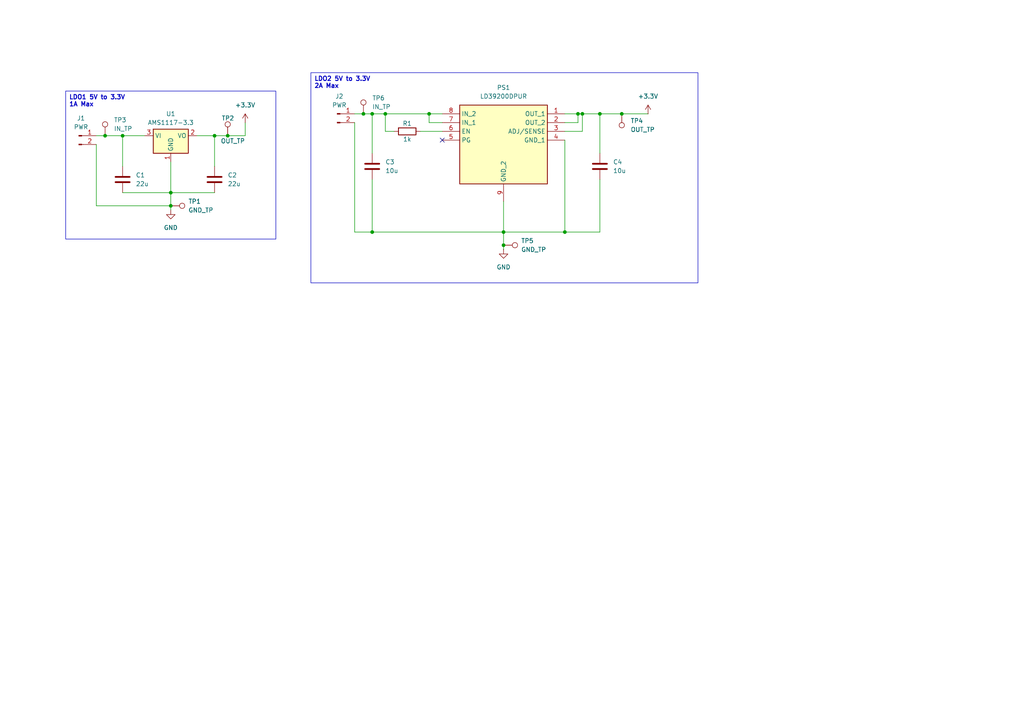
<source format=kicad_sch>
(kicad_sch (version 20250114) (generator "eeschema") (generator_version "9.0")
  (paper "A4")
  (lib_symbols
    (symbol "Connector:Conn_01x02_Pin" (pin_names (offset 1.016) (hide yes))
      (property "Reference" "J" (at 0 2.54 0))
      (property "Value" "Conn_01x02_Pin" (at 0 -5.08 0))
      (symbol "Conn_01x02_Pin_1_1"
        (rectangle (start 0.8636 0.127) (end 0 -0.127) (stroke (width 0.1524)) (fill (type outline)))
        (rectangle (start 0.8636 -2.413) (end 0 -2.667) (stroke (width 0.1524)) (fill (type outline)))
        (polyline (pts (xy 1.27 0) (xy 0.8636 0)) (stroke (width 0.1524)))
        (polyline (pts (xy 1.27 -2.54) (xy 0.8636 -2.54)) (stroke (width 0.1524)))
        (pin passive line (at 5.08 0 180) (length 3.81) (name "Pin_1") (number "1"))
        (pin passive line (at 5.08 -2.54 180) (length 3.81) (name "Pin_2") (number "2"))
      )
    )
    (symbol "Connector:TestPoint" (pin_numbers (hide yes)) (pin_names (offset 0.762) (hide yes))
      (property "Reference" "TP" (at 0 6.858 0))
      (property "Value" "TestPoint" (at 0 5.08 0))
      (symbol "TestPoint_0_1"
        (circle (center 0 3.302) (radius 0.762))
      )
      (symbol "TestPoint_1_1"
        (pin passive line (at 0 0 90) (length 2.54) (name "1") (number "1"))
      )
    )
    (symbol "Device:C" (pin_numbers (hide yes)) (pin_names (offset 0.254))
      (property "Reference" "C" (at 0.635 2.54 0))
      (property "Value" "C" (at 0.635 -2.54 0))
      (symbol "C_0_1"
        (polyline (pts (xy -2.032 0.762) (xy 2.032 0.762)) (stroke (width 0.508)))
        (polyline (pts (xy -2.032 -0.762) (xy 2.032 -0.762)) (stroke (width 0.508)))
      )
      (symbol "C_1_1"
        (pin passive line (at 0 3.81 270) (length 2.794) (name "~") (number "1"))
        (pin passive line (at 0 -3.81 90) (length 2.794) (name "~") (number "2"))
      )
    )
    (symbol "Device:R" (pin_numbers (hide yes)) (pin_names (offset 0))
      (property "Reference" "R" (at 2.032 0 90))
      (property "Value" "R" (at 0 0 90))
      (symbol "R_0_1"
        (rectangle (start -1.016 -2.54) (end 1.016 2.54) (stroke (width 0.254)))
      )
      (symbol "R_1_1"
        (pin passive line (at 0 3.81 270) (length 1.27) (name "~") (number "1"))
        (pin passive line (at 0 -3.81 90) (length 1.27) (name "~") (number "2"))
      )
    )
    (symbol "LD39200DPUR:LD39200DPUR"
      (property "Reference" "PS" (at 31.75 7.62 0))
      (property "Value" "LD39200DPUR" (at 31.75 5.08 0))
      (symbol "LD39200DPUR_1_1"
        (rectangle (start 5.08 2.54) (end 30.48 -20.32) (stroke (width 0.254)) (fill (type background)))
        (pin passive line (at 0 0 0) (length 5.08) (name "OUT_1") (number "1"))
        (pin passive line (at 0 -2.54 0) (length 5.08) (name "OUT_2") (number "2"))
        (pin passive line (at 0 -5.08 0) (length 5.08) (name "ADJ/SENSE") (number "3"))
        (pin passive line (at 0 -7.62 0) (length 5.08) (name "GND_1") (number "4"))
        (pin passive line (at 17.78 -25.4 90) (length 5.08) (name "GND_2") (number "9"))
        (pin passive line (at 35.56 0 180) (length 5.08) (name "IN_2") (number "8"))
        (pin passive line (at 35.56 -2.54 180) (length 5.08) (name "IN_1") (number "7"))
        (pin passive line (at 35.56 -5.08 180) (length 5.08) (name "EN") (number "6"))
        (pin passive line (at 35.56 -7.62 180) (length 5.08) (name "PG") (number "5"))
      )
    )
    (symbol "Regulator_Linear:AMS1117-3.3"
      (property "Reference" "U" (at -3.81 3.175 0))
      (property "Value" "AMS1117-3.3" (at 0 3.175 0))
      (symbol "AMS1117-3.3_0_1"
        (rectangle (start -5.08 -5.08) (end 5.08 1.905) (stroke (width 0.254)) (fill (type background)))
      )
      (symbol "AMS1117-3.3_1_1"
        (pin power_in line (at -7.62 0 0) (length 2.54) (name "VI") (number "3"))
        (pin power_in line (at 0 -7.62 90) (length 2.54) (name "GND") (number "1"))
        (pin power_out line (at 7.62 0 180) (length 2.54) (name "VO") (number "2"))
      )
    )
    (symbol "power:+3.3V" (power) (pin_numbers (hide yes)) (pin_names (offset 0) (hide yes))
      (property "Value" "+3.3V" (at 0 3.556 0))
      (symbol "+3.3V_0_1"
        (polyline (pts (xy -0.762 1.27) (xy 0 2.54)))
        (polyline (pts (xy 0 2.54) (xy 0.762 1.27)))
        (polyline (pts (xy 0 0) (xy 0 2.54)))
      )
      (symbol "+3.3V_1_1"
        (pin power_in line (at 0 0 90) (length 0) (name "~") (number "1"))
      )
    )
    (symbol "power:GND" (power) (pin_numbers (hide yes)) (pin_names (offset 0) (hide yes))
      (property "Value" "GND" (at 0 -3.81 0))
      (symbol "GND_0_1"
        (polyline (pts (xy 0 0) (xy 0 -1.27) (xy 1.27 -1.27) (xy 0 -2.54) (xy -1.27 -1.27) (xy 0 -1.27)))
      )
      (symbol "GND_1_1"
        (pin power_in line (at 0 0 270) (length 0) (name "~") (number "1"))
      )
    )
  )
  (text_box "LDO1 5V to 3.3V \n1A Max" (at 19.05 26.416 0) (size 60.96 42.926) (margins 0.9525 0.9525 0.9525 0.9525) (effects (font (size 1.27 1.27) (thickness 0.254) (bold yes)) (justify left top)))
  (text_box "LDO2 5V to 3.3V\n2A Max" (at 90.17 21.082 0) (size 112.268 60.96) (margins 0.9525 0.9525 0.9525 0.9525) (effects (font (size 1.27 1.27) (thickness 0.254) (bold yes)) (justify left top)))
  (junction (at 146.05 71.12))
  (junction (at 107.95 67.31))
  (junction (at 35.56 39.37))
  (junction (at 66.04 39.37))
  (junction (at 146.05 67.31))
  (junction (at 180.34 33.02))
  (junction (at 173.99 33.02))
  (junction (at 107.95 33.02))
  (junction (at 111.76 33.02))
  (junction (at 168.91 33.02))
  (junction (at 49.53 55.88))
  (junction (at 30.48 39.37))
  (junction (at 62.23 39.37))
  (junction (at 163.83 67.31))
  (junction (at 49.53 59.69))
  (junction (at 167.64 33.02))
  (junction (at 105.41 33.02))
  (junction (at 124.46 33.02))
  (no_connect (at 128.27 40.64))
  (wire (pts (xy 111.76 33.02) (xy 124.46 33.02)))
  (wire (pts (xy 168.91 38.1) (xy 168.91 33.02)))
  (wire (pts (xy 180.34 33.02) (xy 187.96 33.02)))
  (wire (pts (xy 71.12 39.37) (xy 66.04 39.37)))
  (wire (pts (xy 146.05 58.42) (xy 146.05 67.31)))
  (wire (pts (xy 49.53 46.99) (xy 49.53 55.88)))
  (wire (pts (xy 62.23 39.37) (xy 57.15 39.37)))
  (wire (pts (xy 163.83 33.02) (xy 167.64 33.02)))
  (wire (pts (xy 107.95 33.02) (xy 111.76 33.02)))
  (wire (pts (xy 146.05 71.12) (xy 146.05 72.39)))
  (wire (pts (xy 173.99 44.45) (xy 173.99 33.02)))
  (wire (pts (xy 163.83 40.64) (xy 163.83 67.31)))
  (wire (pts (xy 146.05 67.31) (xy 146.05 71.12)))
  (wire (pts (xy 27.94 39.37) (xy 30.48 39.37)))
  (wire (pts (xy 71.12 35.56) (xy 71.12 39.37)))
  (wire (pts (xy 35.56 39.37) (xy 35.56 48.26)))
  (wire (pts (xy 102.87 67.31) (xy 107.95 67.31)))
  (wire (pts (xy 173.99 33.02) (xy 180.34 33.02)))
  (wire (pts (xy 49.53 59.69) (xy 49.53 60.96)))
  (wire (pts (xy 167.64 35.56) (xy 167.64 33.02)))
  (wire (pts (xy 35.56 55.88) (xy 49.53 55.88)))
  (wire (pts (xy 173.99 52.07) (xy 173.99 67.31)))
  (wire (pts (xy 27.94 41.91) (xy 27.94 59.69)))
  (wire (pts (xy 107.95 67.31) (xy 146.05 67.31)))
  (wire (pts (xy 121.92 38.1) (xy 128.27 38.1)))
  (wire (pts (xy 41.91 39.37) (xy 35.56 39.37)))
  (wire (pts (xy 167.64 33.02) (xy 168.91 33.02)))
  (wire (pts (xy 102.87 35.56) (xy 102.87 67.31)))
  (wire (pts (xy 105.41 33.02) (xy 107.95 33.02)))
  (wire (pts (xy 124.46 33.02) (xy 128.27 33.02)))
  (wire (pts (xy 163.83 35.56) (xy 167.64 35.56)))
  (wire (pts (xy 62.23 48.26) (xy 62.23 39.37)))
  (wire (pts (xy 66.04 39.37) (xy 62.23 39.37)))
  (wire (pts (xy 124.46 35.56) (xy 124.46 33.02)))
  (wire (pts (xy 128.27 35.56) (xy 124.46 35.56)))
  (wire (pts (xy 27.94 59.69) (xy 49.53 59.69)))
  (wire (pts (xy 173.99 67.31) (xy 163.83 67.31)))
  (wire (pts (xy 30.48 39.37) (xy 35.56 39.37)))
  (wire (pts (xy 163.83 38.1) (xy 168.91 38.1)))
  (wire (pts (xy 114.3 38.1) (xy 111.76 38.1)))
  (wire (pts (xy 107.95 52.07) (xy 107.95 67.31)))
  (wire (pts (xy 49.53 55.88) (xy 62.23 55.88)))
  (wire (pts (xy 168.91 33.02) (xy 173.99 33.02)))
  (wire (pts (xy 102.87 33.02) (xy 105.41 33.02)))
  (wire (pts (xy 111.76 38.1) (xy 111.76 33.02)))
  (wire (pts (xy 49.53 55.88) (xy 49.53 59.69)))
  (wire (pts (xy 107.95 33.02) (xy 107.95 44.45)))
  (wire (pts (xy 163.83 67.31) (xy 146.05 67.31)))
  (symbol (lib_id "power:GND") (at 146.05 72.39 0) (unit 1)
    (property "Reference" "#PWR03" (effects (hide yes)))
    (property "Value" "GND" (at 146.05 77.47 0))
    (property "Description" "Power symbol creates a global label with name \"GND\" , ground" (effects (hide yes)))
  )
  (symbol (lib_id "Device:C") (at 107.95 48.26 180) (unit 1)
    (property "Reference" "C3" (at 111.76 46.9899 0) (effects (justify right)))
    (property "Value" "10u" (at 111.76 49.5299 0) (effects (justify right)))
    (property "Description" "Unpolarized capacitor" (effects (hide yes)))
  )
  (symbol (lib_id "Device:C") (at 173.99 48.26 180) (unit 1)
    (property "Reference" "C4" (at 177.8 46.9899 0) (effects (justify right)))
    (property "Value" "10u" (at 177.8 49.5299 0) (effects (justify right)))
    (property "Description" "Unpolarized capacitor" (effects (hide yes)))
  )
  (symbol (lib_id "Connector:TestPoint") (at 180.34 33.02 180) (unit 1)
    (property "Reference" "TP4" (at 182.88 35.0519 0) (effects (justify right)))
    (property "Value" "OUT_TP" (at 182.88 37.5919 0) (effects (justify right)))
    (property "Description" "test point" (effects (hide yes)))
  )
  (symbol (lib_id "Device:C") (at 35.56 52.07 180) (unit 1)
    (property "Reference" "C1" (at 39.37 50.7999 0) (effects (justify right)))
    (property "Value" "22u" (at 39.37 53.3399 0) (effects (justify right)))
    (property "Description" "Unpolarized capacitor" (effects (hide yes)))
  )
  (symbol (lib_id "Connector:Conn_01x02_Pin") (at 22.86 39.37 0) (unit 1)
    (property "Reference" "J1" (at 23.495 34.29 0))
    (property "Value" "PWR" (at 23.495 36.83 0))
    (property "Description" "Generic connector, single row, 01x02, script generated" (effects (hide yes)))
  )
  (symbol (lib_id "Device:R") (at 118.11 38.1 90) (unit 1)
    (property "Reference" "R1" (at 118.11 35.814 90))
    (property "Value" "1k" (at 118.11 40.386 90))
    (property "Description" "Resistor" (effects (hide yes)))
  )
  (symbol (lib_id "Device:C") (at 62.23 52.07 180) (unit 1)
    (property "Reference" "C2" (at 66.04 50.7999 0) (effects (justify right)))
    (property "Value" "22u" (at 66.04 53.3399 0) (effects (justify right)))
    (property "Description" "Unpolarized capacitor" (effects (hide yes)))
  )
  (symbol (lib_id "Connector:TestPoint") (at 146.05 71.12 270) (unit 1)
    (property "Reference" "TP5" (at 151.13 69.8499 90) (effects (justify left)))
    (property "Value" "GND_TP" (at 151.13 72.3899 90) (effects (justify left)))
    (property "Description" "test point" (effects (hide yes)))
  )
  (symbol (lib_id "Connector:TestPoint") (at 105.41 33.02 0) (unit 1)
    (property "Reference" "TP6" (at 107.95 28.4479 0) (effects (justify left)))
    (property "Value" "IN_TP" (at 107.95 30.9879 0) (effects (justify left)))
    (property "Description" "test point" (effects (hide yes)))
  )
  (symbol (lib_id "Connector:TestPoint") (at 30.48 39.37 0) (unit 1)
    (property "Reference" "TP3" (at 33.02 34.7979 0) (effects (justify left)))
    (property "Value" "IN_TP" (at 33.02 37.3379 0) (effects (justify left)))
    (property "Description" "test point" (effects (hide yes)))
  )
  (symbol (lib_id "Connector:Conn_01x02_Pin") (at 97.79 33.02 0) (unit 1)
    (property "Reference" "J2" (at 98.425 27.94 0))
    (property "Value" "PWR" (at 98.425 30.48 0))
    (property "Description" "Generic connector, single row, 01x02, script generated" (effects (hide yes)))
  )
  (symbol (lib_id "power:+3.3V") (at 71.12 35.56 0) (unit 1)
    (property "Reference" "#PWR02" (effects (hide yes)))
    (property "Value" "+3.3V" (at 71.12 30.48 0))
    (property "Description" "Power symbol creates a global label with name \"+3.3V\"" (effects (hide yes)))
  )
  (symbol (lib_id "LD39200DPUR:LD39200DPUR") (at 163.83 33.02 0) (mirror y) (unit 1)
    (property "Reference" "PS1" (at 146.05 25.4 0))
    (property "Value" "LD39200DPUR" (at 146.05 27.94 0))
    (property "Footprint" "SON80P400X400X100-9N-D" (effects (hide yes)))
    (property "Datasheet" "https://componentsearchengine.com/Datasheets/1/LD39200DPUR.pdf" (effects (hide yes)))
    (property "Description" "LDO Voltage Regulators Linear Voltage Regulators & Vref" (effects (hide yes)))
    (property "Height" "1" (effects (hide yes)))
    (property "Mouser Part Number" "511-LD39200DPUR" (effects (hide yes)))
    (property "Mouser Price/Stock" "https://www.mouser.co.uk/ProductDetail/STMicroelectronics/LD39200DPUR?qs=BNh1ct5PoGR12uqpHRZU9g%3D%3D" (effects (hide yes)))
    (property "Manufacturer_Name" "STMicroelectronics" (effects (hide yes)))
    (property "Manufacturer_Part_Number" "LD39200DPUR" (effects (hide yes)))
  )
  (symbol (lib_id "power:+3.3V") (at 187.96 33.02 0) (unit 1)
    (property "Reference" "#PWR04" (effects (hide yes)))
    (property "Value" "+3.3V" (at 187.96 27.94 0))
    (property "Description" "Power symbol creates a global label with name \"+3.3V\"" (effects (hide yes)))
  )
  (symbol (lib_id "power:GND") (at 49.53 60.96 0) (unit 1)
    (property "Reference" "#PWR01" (effects (hide yes)))
    (property "Value" "GND" (at 49.53 66.04 0))
    (property "Description" "Power symbol creates a global label with name \"GND\" , ground" (effects (hide yes)))
  )
  (symbol (lib_id "Regulator_Linear:AMS1117-3.3") (at 49.53 39.37 0) (unit 1)
    (property "Reference" "U1" (at 49.53 33.02 0))
    (property "Value" "AMS1117-3.3" (at 49.53 35.56 0))
    (property "Footprint" "Package_TO_SOT_SMD:SOT-223-3_TabPin2" (effects (hide yes)))
    (property "Datasheet" "http://www.advanced-monolithic.com/pdf/ds1117.pdf" (effects (hide yes)))
    (property "Description" "1A Low Dropout regulator, positive, 3.3V fixed output, SOT-223" (effects (hide yes)))
  )
  (symbol (lib_id "Connector:TestPoint") (at 49.53 59.69 270) (unit 1)
    (property "Reference" "TP1" (at 54.61 58.4199 90) (effects (justify left)))
    (property "Value" "GND_TP" (at 54.61 60.9599 90) (effects (justify left)))
    (property "Description" "test point" (effects (hide yes)))
  )
  (symbol (lib_id "Connector:TestPoint") (at 66.04 39.37 0) (unit 1)
    (property "Reference" "TP2" (at 64.262 34.29 0) (effects (justify left)))
    (property "Value" "OUT_TP" (at 64.008 40.894 0) (effects (justify left)))
    (property "Description" "test point" (effects (hide yes)))
  )
)
</source>
